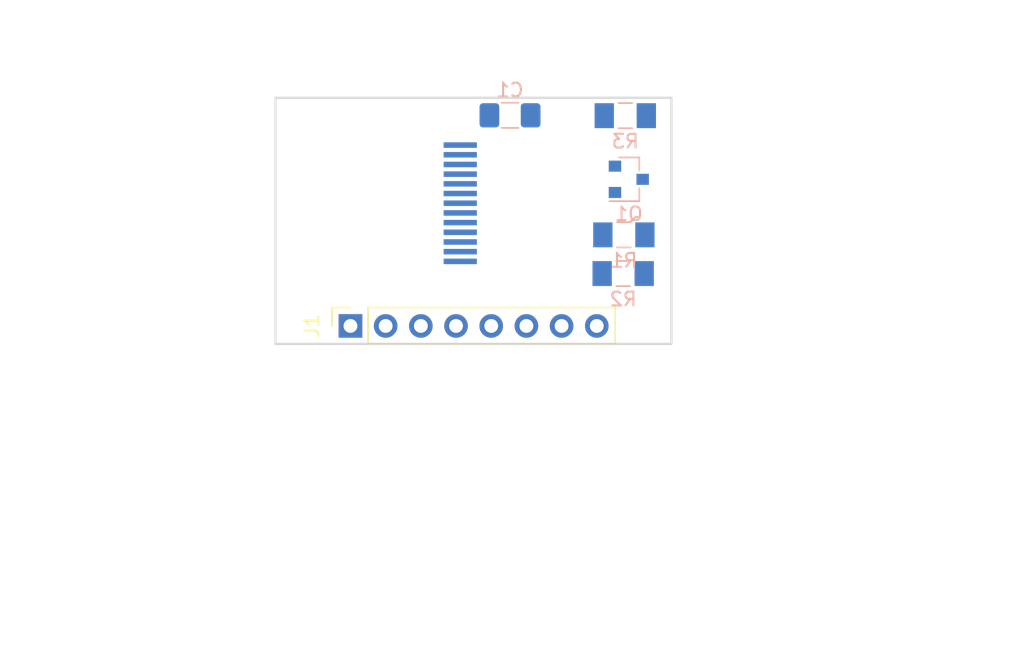
<source format=kicad_pcb>
(kicad_pcb (version 20171130) (host pcbnew 5.1.2-f72e74a~84~ubuntu18.04.1)

  (general
    (thickness 1.6)
    (drawings 21)
    (tracks 0)
    (zones 0)
    (modules 7)
    (nets 16)
  )

  (page USLetter)
  (title_block
    (title "Project Title")
  )

  (layers
    (0 F.Cu signal)
    (31 B.Cu signal)
    (34 B.Paste user)
    (35 F.Paste user)
    (36 B.SilkS user)
    (37 F.SilkS user)
    (38 B.Mask user)
    (39 F.Mask user)
    (44 Edge.Cuts user)
    (46 B.CrtYd user)
    (47 F.CrtYd user)
    (48 B.Fab user)
    (49 F.Fab user)
  )

  (setup
    (last_trace_width 0.254)
    (user_trace_width 0.1524)
    (user_trace_width 0.254)
    (user_trace_width 0.3302)
    (user_trace_width 0.508)
    (user_trace_width 0.762)
    (user_trace_width 1.27)
    (trace_clearance 0.254)
    (zone_clearance 0.508)
    (zone_45_only no)
    (trace_min 0.1524)
    (via_size 0.6858)
    (via_drill 0.3302)
    (via_min_size 0.6858)
    (via_min_drill 0.3302)
    (user_via 0.6858 0.3302)
    (user_via 0.762 0.4064)
    (user_via 0.8636 0.508)
    (uvia_size 0.6858)
    (uvia_drill 0.3302)
    (uvias_allowed no)
    (uvia_min_size 0)
    (uvia_min_drill 0)
    (edge_width 0.1524)
    (segment_width 0.1524)
    (pcb_text_width 0.1524)
    (pcb_text_size 1.016 1.016)
    (mod_edge_width 0.1524)
    (mod_text_size 1.016 1.016)
    (mod_text_width 0.1524)
    (pad_size 1.524 1.524)
    (pad_drill 0.762)
    (pad_to_mask_clearance 0.0762)
    (solder_mask_min_width 0.1016)
    (pad_to_paste_clearance -0.0762)
    (aux_axis_origin 0 0)
    (visible_elements FFFFDF7D)
    (pcbplotparams
      (layerselection 0x310fc_80000001)
      (usegerberextensions true)
      (usegerberattributes false)
      (usegerberadvancedattributes false)
      (creategerberjobfile false)
      (excludeedgelayer true)
      (linewidth 0.100000)
      (plotframeref false)
      (viasonmask false)
      (mode 1)
      (useauxorigin false)
      (hpglpennumber 1)
      (hpglpenspeed 20)
      (hpglpendiameter 15.000000)
      (psnegative false)
      (psa4output false)
      (plotreference true)
      (plotvalue true)
      (plotinvisibletext false)
      (padsonsilk false)
      (subtractmaskfromsilk false)
      (outputformat 1)
      (mirror false)
      (drillshape 0)
      (scaleselection 1)
      (outputdirectory "gerbers"))
  )

  (net 0 "")
  (net 1 "Net-(C1-Pad1)")
  (net 2 GND)
  (net 3 VCC)
  (net 4 /SCL)
  (net 5 /SDA)
  (net 6 /RES)
  (net 7 /DC)
  (net 8 /CS)
  (net 9 /BLK)
  (net 10 "Net-(Q1-Pad2)")
  (net 11 "Net-(Q1-Pad3)")
  (net 12 /LEDK)
  (net 13 "Net-(U1-Pad1)")
  (net 14 "Net-(U1-Pad2)")
  (net 15 "Net-(U1-Pad9)")

  (net_class Default "This is the default net class."
    (clearance 0.254)
    (trace_width 0.254)
    (via_dia 0.6858)
    (via_drill 0.3302)
    (uvia_dia 0.6858)
    (uvia_drill 0.3302)
    (add_net /BLK)
    (add_net /CS)
    (add_net /DC)
    (add_net /LEDK)
    (add_net /RES)
    (add_net /SCL)
    (add_net /SDA)
    (add_net GND)
    (add_net "Net-(C1-Pad1)")
    (add_net "Net-(Q1-Pad2)")
    (add_net "Net-(Q1-Pad3)")
    (add_net "Net-(U1-Pad1)")
    (add_net "Net-(U1-Pad2)")
    (add_net "Net-(U1-Pad9)")
    (add_net VCC)
  )

  (module Capacitor_SMD:C_1206_3216Metric_Pad1.42x1.75mm_HandSolder (layer B.Cu) (tedit 5B301BBE) (tstamp 5CE87548)
    (at 141.3875 83.185 180)
    (descr "Capacitor SMD 1206 (3216 Metric), square (rectangular) end terminal, IPC_7351 nominal with elongated pad for handsoldering. (Body size source: http://www.tortai-tech.com/upload/download/2011102023233369053.pdf), generated with kicad-footprint-generator")
    (tags "capacitor handsolder")
    (path /5CE8903B)
    (attr smd)
    (fp_text reference C1 (at 0 1.82) (layer B.SilkS)
      (effects (font (size 1 1) (thickness 0.15)) (justify mirror))
    )
    (fp_text value 1uF (at 0 -1.82) (layer B.Fab)
      (effects (font (size 1 1) (thickness 0.15)) (justify mirror))
    )
    (fp_line (start -1.6 -0.8) (end -1.6 0.8) (layer B.Fab) (width 0.1))
    (fp_line (start -1.6 0.8) (end 1.6 0.8) (layer B.Fab) (width 0.1))
    (fp_line (start 1.6 0.8) (end 1.6 -0.8) (layer B.Fab) (width 0.1))
    (fp_line (start 1.6 -0.8) (end -1.6 -0.8) (layer B.Fab) (width 0.1))
    (fp_line (start -0.602064 0.91) (end 0.602064 0.91) (layer B.SilkS) (width 0.12))
    (fp_line (start -0.602064 -0.91) (end 0.602064 -0.91) (layer B.SilkS) (width 0.12))
    (fp_line (start -2.45 -1.12) (end -2.45 1.12) (layer B.CrtYd) (width 0.05))
    (fp_line (start -2.45 1.12) (end 2.45 1.12) (layer B.CrtYd) (width 0.05))
    (fp_line (start 2.45 1.12) (end 2.45 -1.12) (layer B.CrtYd) (width 0.05))
    (fp_line (start 2.45 -1.12) (end -2.45 -1.12) (layer B.CrtYd) (width 0.05))
    (fp_text user %R (at 0 0) (layer B.Fab)
      (effects (font (size 0.8 0.8) (thickness 0.12)) (justify mirror))
    )
    (pad 1 smd roundrect (at -1.4875 0 180) (size 1.425 1.75) (layers B.Cu B.Paste B.Mask) (roundrect_rratio 0.175439)
      (net 1 "Net-(C1-Pad1)"))
    (pad 2 smd roundrect (at 1.4875 0 180) (size 1.425 1.75) (layers B.Cu B.Paste B.Mask) (roundrect_rratio 0.175439)
      (net 2 GND))
    (model ${KISYS3DMOD}/Capacitor_SMD.3dshapes/C_1206_3216Metric.wrl
      (at (xyz 0 0 0))
      (scale (xyz 1 1 1))
      (rotate (xyz 0 0 0))
    )
  )

  (module Connector_PinSocket_2.54mm:PinSocket_1x08_P2.54mm_Vertical (layer F.Cu) (tedit 5A19A420) (tstamp 5CE87564)
    (at 129.8702 98.3996 90)
    (descr "Through hole straight socket strip, 1x08, 2.54mm pitch, single row (from Kicad 4.0.7), script generated")
    (tags "Through hole socket strip THT 1x08 2.54mm single row")
    (path /5CE71D48)
    (fp_text reference J1 (at 0 -2.77 90) (layer F.SilkS)
      (effects (font (size 1 1) (thickness 0.15)))
    )
    (fp_text value CONN_01X08 (at 0 20.55 90) (layer F.Fab)
      (effects (font (size 1 1) (thickness 0.15)))
    )
    (fp_line (start -1.27 -1.27) (end 0.635 -1.27) (layer F.Fab) (width 0.1))
    (fp_line (start 0.635 -1.27) (end 1.27 -0.635) (layer F.Fab) (width 0.1))
    (fp_line (start 1.27 -0.635) (end 1.27 19.05) (layer F.Fab) (width 0.1))
    (fp_line (start 1.27 19.05) (end -1.27 19.05) (layer F.Fab) (width 0.1))
    (fp_line (start -1.27 19.05) (end -1.27 -1.27) (layer F.Fab) (width 0.1))
    (fp_line (start -1.33 1.27) (end 1.33 1.27) (layer F.SilkS) (width 0.12))
    (fp_line (start -1.33 1.27) (end -1.33 19.11) (layer F.SilkS) (width 0.12))
    (fp_line (start -1.33 19.11) (end 1.33 19.11) (layer F.SilkS) (width 0.12))
    (fp_line (start 1.33 1.27) (end 1.33 19.11) (layer F.SilkS) (width 0.12))
    (fp_line (start 1.33 -1.33) (end 1.33 0) (layer F.SilkS) (width 0.12))
    (fp_line (start 0 -1.33) (end 1.33 -1.33) (layer F.SilkS) (width 0.12))
    (fp_line (start -1.8 -1.8) (end 1.75 -1.8) (layer F.CrtYd) (width 0.05))
    (fp_line (start 1.75 -1.8) (end 1.75 19.55) (layer F.CrtYd) (width 0.05))
    (fp_line (start 1.75 19.55) (end -1.8 19.55) (layer F.CrtYd) (width 0.05))
    (fp_line (start -1.8 19.55) (end -1.8 -1.8) (layer F.CrtYd) (width 0.05))
    (fp_text user %R (at 0 8.89) (layer F.Fab)
      (effects (font (size 1 1) (thickness 0.15)))
    )
    (pad 1 thru_hole rect (at 0 0 90) (size 1.7 1.7) (drill 1) (layers *.Cu *.Mask)
      (net 2 GND))
    (pad 2 thru_hole oval (at 0 2.54 90) (size 1.7 1.7) (drill 1) (layers *.Cu *.Mask)
      (net 3 VCC))
    (pad 3 thru_hole oval (at 0 5.08 90) (size 1.7 1.7) (drill 1) (layers *.Cu *.Mask)
      (net 9 /BLK))
    (pad 4 thru_hole oval (at 0 7.62 90) (size 1.7 1.7) (drill 1) (layers *.Cu *.Mask)
      (net 8 /CS))
    (pad 5 thru_hole oval (at 0 10.16 90) (size 1.7 1.7) (drill 1) (layers *.Cu *.Mask)
      (net 6 /RES))
    (pad 6 thru_hole oval (at 0 12.7 90) (size 1.7 1.7) (drill 1) (layers *.Cu *.Mask)
      (net 7 /DC))
    (pad 7 thru_hole oval (at 0 15.24 90) (size 1.7 1.7) (drill 1) (layers *.Cu *.Mask)
      (net 4 /SCL))
    (pad 8 thru_hole oval (at 0 17.78 90) (size 1.7 1.7) (drill 1) (layers *.Cu *.Mask)
      (net 5 /SDA))
  )

  (module Package_TO_SOT_SMD:SOT-23 (layer B.Cu) (tedit 5A02FF57) (tstamp 5CE87579)
    (at 149.9616 87.8078)
    (descr "SOT-23, Standard")
    (tags SOT-23)
    (path /5CE7D6CD)
    (attr smd)
    (fp_text reference Q1 (at 0 2.5 180) (layer B.SilkS)
      (effects (font (size 1 1) (thickness 0.15)) (justify mirror))
    )
    (fp_text value S8050 (at 0 -2.5 180) (layer B.Fab)
      (effects (font (size 1 1) (thickness 0.15)) (justify mirror))
    )
    (fp_text user %R (at 0 0 -270) (layer B.Fab)
      (effects (font (size 0.5 0.5) (thickness 0.075)) (justify mirror))
    )
    (fp_line (start -0.7 0.95) (end -0.7 -1.5) (layer B.Fab) (width 0.1))
    (fp_line (start -0.15 1.52) (end 0.7 1.52) (layer B.Fab) (width 0.1))
    (fp_line (start -0.7 0.95) (end -0.15 1.52) (layer B.Fab) (width 0.1))
    (fp_line (start 0.7 1.52) (end 0.7 -1.52) (layer B.Fab) (width 0.1))
    (fp_line (start -0.7 -1.52) (end 0.7 -1.52) (layer B.Fab) (width 0.1))
    (fp_line (start 0.76 -1.58) (end 0.76 -0.65) (layer B.SilkS) (width 0.12))
    (fp_line (start 0.76 1.58) (end 0.76 0.65) (layer B.SilkS) (width 0.12))
    (fp_line (start -1.7 1.75) (end 1.7 1.75) (layer B.CrtYd) (width 0.05))
    (fp_line (start 1.7 1.75) (end 1.7 -1.75) (layer B.CrtYd) (width 0.05))
    (fp_line (start 1.7 -1.75) (end -1.7 -1.75) (layer B.CrtYd) (width 0.05))
    (fp_line (start -1.7 -1.75) (end -1.7 1.75) (layer B.CrtYd) (width 0.05))
    (fp_line (start 0.76 1.58) (end -1.4 1.58) (layer B.SilkS) (width 0.12))
    (fp_line (start 0.76 -1.58) (end -0.7 -1.58) (layer B.SilkS) (width 0.12))
    (pad 1 smd rect (at -1 0.95) (size 0.9 0.8) (layers B.Cu B.Paste B.Mask)
      (net 2 GND))
    (pad 2 smd rect (at -1 -0.95) (size 0.9 0.8) (layers B.Cu B.Paste B.Mask)
      (net 10 "Net-(Q1-Pad2)"))
    (pad 3 smd rect (at 1 0) (size 0.9 0.8) (layers B.Cu B.Paste B.Mask)
      (net 11 "Net-(Q1-Pad3)"))
    (model ${KISYS3DMOD}/Package_TO_SOT_SMD.3dshapes/SOT-23.wrl
      (at (xyz 0 0 0))
      (scale (xyz 1 1 1))
      (rotate (xyz 0 0 0))
    )
  )

  (module Resistor_SMD:R_1206_3216Metric_Pad1.39x1.80mm_HandSolder (layer B.Cu) (tedit 5AC5DB74) (tstamp 5CE8758A)
    (at 149.606 91.821)
    (descr "Resistor SMD 1206 (3216 Metric), square (rectangular) end terminal, IPC_7351 nominal with elongated pad for handsoldering. (Body size source: http://www.tortai-tech.com/upload/download/2011102023233369053.pdf), generated with kicad-footprint-generator")
    (tags "resistor handsolder")
    (path /5CE7DDEC)
    (attr smd)
    (fp_text reference R1 (at 0 1.85) (layer B.SilkS)
      (effects (font (size 1 1) (thickness 0.15)) (justify mirror))
    )
    (fp_text value 1k (at 0 -1.85) (layer B.Fab)
      (effects (font (size 1 1) (thickness 0.15)) (justify mirror))
    )
    (fp_line (start -1.6 -0.8) (end -1.6 0.8) (layer B.Fab) (width 0.1))
    (fp_line (start -1.6 0.8) (end 1.6 0.8) (layer B.Fab) (width 0.1))
    (fp_line (start 1.6 0.8) (end 1.6 -0.8) (layer B.Fab) (width 0.1))
    (fp_line (start 1.6 -0.8) (end -1.6 -0.8) (layer B.Fab) (width 0.1))
    (fp_line (start -0.5 0.91) (end 0.5 0.91) (layer B.SilkS) (width 0.12))
    (fp_line (start -0.5 -0.91) (end 0.5 -0.91) (layer B.SilkS) (width 0.12))
    (fp_line (start -2.46 -1.15) (end -2.46 1.15) (layer B.CrtYd) (width 0.05))
    (fp_line (start -2.46 1.15) (end 2.46 1.15) (layer B.CrtYd) (width 0.05))
    (fp_line (start 2.46 1.15) (end 2.46 -1.15) (layer B.CrtYd) (width 0.05))
    (fp_line (start 2.46 -1.15) (end -2.46 -1.15) (layer B.CrtYd) (width 0.05))
    (fp_text user %R (at 0 0) (layer B.Fab)
      (effects (font (size 0.8 0.8) (thickness 0.12)) (justify mirror))
    )
    (pad 1 smd rect (at -1.5175 0) (size 1.395 1.8) (layers B.Cu B.Paste B.Mask)
      (net 10 "Net-(Q1-Pad2)"))
    (pad 2 smd rect (at 1.5175 0) (size 1.395 1.8) (layers B.Cu B.Paste B.Mask)
      (net 9 /BLK))
    (model ${KISYS3DMOD}/Resistor_SMD.3dshapes/R_1206_3216Metric.wrl
      (at (xyz 0 0 0))
      (scale (xyz 1 1 1))
      (rotate (xyz 0 0 0))
    )
  )

  (module Resistor_SMD:R_1206_3216Metric_Pad1.39x1.80mm_HandSolder (layer B.Cu) (tedit 5AC5DB74) (tstamp 5CE8759B)
    (at 149.5552 94.615)
    (descr "Resistor SMD 1206 (3216 Metric), square (rectangular) end terminal, IPC_7351 nominal with elongated pad for handsoldering. (Body size source: http://www.tortai-tech.com/upload/download/2011102023233369053.pdf), generated with kicad-footprint-generator")
    (tags "resistor handsolder")
    (path /5CE7FBA5)
    (attr smd)
    (fp_text reference R2 (at 0 1.85) (layer B.SilkS)
      (effects (font (size 1 1) (thickness 0.15)) (justify mirror))
    )
    (fp_text value 10k (at 0 -1.85) (layer B.Fab)
      (effects (font (size 1 1) (thickness 0.15)) (justify mirror))
    )
    (fp_line (start -1.6 -0.8) (end -1.6 0.8) (layer B.Fab) (width 0.1))
    (fp_line (start -1.6 0.8) (end 1.6 0.8) (layer B.Fab) (width 0.1))
    (fp_line (start 1.6 0.8) (end 1.6 -0.8) (layer B.Fab) (width 0.1))
    (fp_line (start 1.6 -0.8) (end -1.6 -0.8) (layer B.Fab) (width 0.1))
    (fp_line (start -0.5 0.91) (end 0.5 0.91) (layer B.SilkS) (width 0.12))
    (fp_line (start -0.5 -0.91) (end 0.5 -0.91) (layer B.SilkS) (width 0.12))
    (fp_line (start -2.46 -1.15) (end -2.46 1.15) (layer B.CrtYd) (width 0.05))
    (fp_line (start -2.46 1.15) (end 2.46 1.15) (layer B.CrtYd) (width 0.05))
    (fp_line (start 2.46 1.15) (end 2.46 -1.15) (layer B.CrtYd) (width 0.05))
    (fp_line (start 2.46 -1.15) (end -2.46 -1.15) (layer B.CrtYd) (width 0.05))
    (fp_text user %R (at 0 0) (layer B.Fab)
      (effects (font (size 0.8 0.8) (thickness 0.12)) (justify mirror))
    )
    (pad 1 smd rect (at -1.5175 0) (size 1.395 1.8) (layers B.Cu B.Paste B.Mask)
      (net 10 "Net-(Q1-Pad2)"))
    (pad 2 smd rect (at 1.5175 0) (size 1.395 1.8) (layers B.Cu B.Paste B.Mask)
      (net 3 VCC))
    (model ${KISYS3DMOD}/Resistor_SMD.3dshapes/R_1206_3216Metric.wrl
      (at (xyz 0 0 0))
      (scale (xyz 1 1 1))
      (rotate (xyz 0 0 0))
    )
  )

  (module Resistor_SMD:R_1206_3216Metric_Pad1.39x1.80mm_HandSolder (layer B.Cu) (tedit 5AC5DB74) (tstamp 5CE875AC)
    (at 149.7076 83.2104)
    (descr "Resistor SMD 1206 (3216 Metric), square (rectangular) end terminal, IPC_7351 nominal with elongated pad for handsoldering. (Body size source: http://www.tortai-tech.com/upload/download/2011102023233369053.pdf), generated with kicad-footprint-generator")
    (tags "resistor handsolder")
    (path /5CE7E014)
    (attr smd)
    (fp_text reference R3 (at 0 1.85) (layer B.SilkS)
      (effects (font (size 1 1) (thickness 0.15)) (justify mirror))
    )
    (fp_text value 10ohm (at 0 -1.85) (layer B.Fab)
      (effects (font (size 1 1) (thickness 0.15)) (justify mirror))
    )
    (fp_text user %R (at 0 0) (layer B.Fab)
      (effects (font (size 0.8 0.8) (thickness 0.12)) (justify mirror))
    )
    (fp_line (start 2.46 -1.15) (end -2.46 -1.15) (layer B.CrtYd) (width 0.05))
    (fp_line (start 2.46 1.15) (end 2.46 -1.15) (layer B.CrtYd) (width 0.05))
    (fp_line (start -2.46 1.15) (end 2.46 1.15) (layer B.CrtYd) (width 0.05))
    (fp_line (start -2.46 -1.15) (end -2.46 1.15) (layer B.CrtYd) (width 0.05))
    (fp_line (start -0.5 -0.91) (end 0.5 -0.91) (layer B.SilkS) (width 0.12))
    (fp_line (start -0.5 0.91) (end 0.5 0.91) (layer B.SilkS) (width 0.12))
    (fp_line (start 1.6 -0.8) (end -1.6 -0.8) (layer B.Fab) (width 0.1))
    (fp_line (start 1.6 0.8) (end 1.6 -0.8) (layer B.Fab) (width 0.1))
    (fp_line (start -1.6 0.8) (end 1.6 0.8) (layer B.Fab) (width 0.1))
    (fp_line (start -1.6 -0.8) (end -1.6 0.8) (layer B.Fab) (width 0.1))
    (pad 2 smd rect (at 1.5175 0) (size 1.395 1.8) (layers B.Cu B.Paste B.Mask)
      (net 11 "Net-(Q1-Pad3)"))
    (pad 1 smd rect (at -1.5175 0) (size 1.395 1.8) (layers B.Cu B.Paste B.Mask)
      (net 12 /LEDK))
    (model ${KISYS3DMOD}/Resistor_SMD.3dshapes/R_1206_3216Metric.wrl
      (at (xyz 0 0 0))
      (scale (xyz 1 1 1))
      (rotate (xyz 0 0 0))
    )
  )

  (module tft-shield:TFT_0.96_SPI (layer B.Cu) (tedit 5CE83939) (tstamp 5CE88406)
    (at 137.795 89.535 90)
    (path /5CE71487)
    (fp_text reference U1 (at 0 -3.937 -90) (layer B.Fab)
      (effects (font (size 1 1) (thickness 0.15)) (justify mirror))
    )
    (fp_text value TFT_0.9680*160 (at 0 5.969 -90) (layer B.Fab)
      (effects (font (size 1 1) (thickness 0.15)) (justify mirror))
    )
    (fp_line (start -6.4008 -12.7508) (end -6.4008 15.3992) (layer B.Fab) (width 0.12))
    (fp_line (start -6.4008 -12.7508) (end 7.2992 -12.7508) (layer B.Fab) (width 0.12))
    (fp_line (start 7.2992 -12.7508) (end 7.2992 15.3992) (layer B.Fab) (width 0.12))
    (fp_line (start -6.4008 15.3992) (end 7.2992 15.3992) (layer B.Fab) (width 0.12))
    (fp_line (start -5.08 -1.27) (end -5.08 14.61) (layer B.Fab) (width 0.12))
    (pad 1 smd rect (at -4.2 0 90) (size 0.4 2.4) (layers B.Cu B.Paste B.Mask)
      (net 13 "Net-(U1-Pad1)"))
    (pad 13 smd rect (at 4.2 0 90) (size 0.4 2.4) (layers B.Cu B.Paste B.Mask)
      (net 2 GND))
    (pad 2 smd rect (at -3.5 0 90) (size 0.4 2.4) (layers B.Cu B.Paste B.Mask)
      (net 14 "Net-(U1-Pad2)"))
    (pad 7 smd rect (at 0 0 90) (size 0.4 2.4) (layers B.Cu B.Paste B.Mask)
      (net 8 /CS))
    (pad 3 smd rect (at -2.8 0 90) (size 0.4 2.4) (layers B.Cu B.Paste B.Mask)
      (net 5 /SDA))
    (pad 4 smd rect (at -2.1 0 90) (size 0.4 2.4) (layers B.Cu B.Paste B.Mask)
      (net 4 /SCL))
    (pad 5 smd rect (at -1.4 0 90) (size 0.4 2.4) (layers B.Cu B.Paste B.Mask)
      (net 7 /DC))
    (pad 6 smd rect (at -0.7 0 90) (size 0.4 2.4) (layers B.Cu B.Paste B.Mask)
      (net 6 /RES))
    (pad 11 smd rect (at 2.8 0 90) (size 0.4 2.4) (layers B.Cu B.Paste B.Mask)
      (net 12 /LEDK))
    (pad 8 smd rect (at 0.7 0 90) (size 0.4 2.4) (layers B.Cu B.Paste B.Mask)
      (net 2 GND))
    (pad 9 smd rect (at 1.4 0 90) (size 0.4 2.4) (layers B.Cu B.Paste B.Mask)
      (net 15 "Net-(U1-Pad9)"))
    (pad 12 smd rect (at 3.5 0 90) (size 0.4 2.4) (layers B.Cu B.Paste B.Mask)
      (net 3 VCC))
    (pad 10 smd rect (at 2.1 0 90) (size 0.4 2.4) (layers B.Cu B.Paste B.Mask)
      (net 1 "Net-(C1-Pad1)"))
  )

  (gr_line (start 153.035 81.915) (end 153.035 99.695) (layer Edge.Cuts) (width 0.1524) (tstamp 5CE87884))
  (gr_line (start 124.46 81.915) (end 153.035 81.915) (layer Edge.Cuts) (width 0.1524))
  (gr_line (start 124.46 99.695) (end 124.46 81.915) (layer Edge.Cuts) (width 0.1524))
  (gr_line (start 153.035 99.695) (end 124.46 99.695) (layer Edge.Cuts) (width 0.1524))
  (gr_circle (center 117.348 76.962) (end 118.618 76.962) (layer Dwgs.User) (width 0.15))
  (gr_line (start 114.427 78.994) (end 114.427 74.93) (angle 90) (layer Dwgs.User) (width 0.15))
  (gr_line (start 120.269 78.994) (end 114.427 78.994) (angle 90) (layer Dwgs.User) (width 0.15))
  (gr_line (start 120.269 74.93) (end 120.269 78.994) (angle 90) (layer Dwgs.User) (width 0.15))
  (gr_line (start 114.427 74.93) (end 120.269 74.93) (angle 90) (layer Dwgs.User) (width 0.15))
  (gr_line (start 120.523 93.98) (end 104.648 93.98) (angle 90) (layer Dwgs.User) (width 0.15))
  (gr_line (start 173.355 102.235) (end 173.355 94.615) (angle 90) (layer Dwgs.User) (width 0.15))
  (gr_line (start 178.435 102.235) (end 173.355 102.235) (angle 90) (layer Dwgs.User) (width 0.15))
  (gr_line (start 178.435 94.615) (end 178.435 102.235) (angle 90) (layer Dwgs.User) (width 0.15))
  (gr_line (start 173.355 94.615) (end 178.435 94.615) (angle 90) (layer Dwgs.User) (width 0.15))
  (gr_line (start 109.093 123.19) (end 109.093 114.3) (angle 90) (layer Dwgs.User) (width 0.15))
  (gr_line (start 122.428 123.19) (end 109.093 123.19) (angle 90) (layer Dwgs.User) (width 0.15))
  (gr_line (start 122.428 114.3) (end 122.428 123.19) (angle 90) (layer Dwgs.User) (width 0.15))
  (gr_line (start 109.093 114.3) (end 122.428 114.3) (angle 90) (layer Dwgs.User) (width 0.15))
  (gr_line (start 104.648 93.98) (end 104.648 82.55) (angle 90) (layer Dwgs.User) (width 0.15))
  (gr_line (start 120.523 82.55) (end 120.523 93.98) (angle 90) (layer Dwgs.User) (width 0.15))
  (gr_line (start 104.648 82.55) (end 120.523 82.55) (angle 90) (layer Dwgs.User) (width 0.15))

)

</source>
